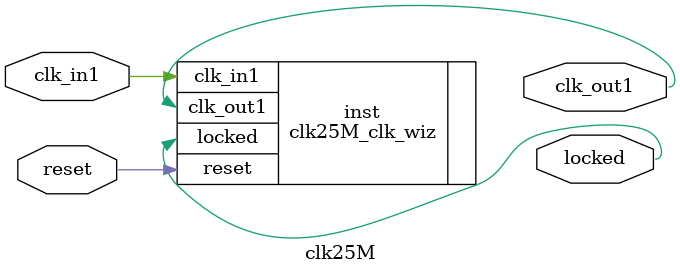
<source format=v>


`timescale 1ps/1ps

(* CORE_GENERATION_INFO = "clk25M,clk_wiz_v6_0_1_0_0,{component_name=clk25M,use_phase_alignment=true,use_min_o_jitter=false,use_max_i_jitter=false,use_dyn_phase_shift=false,use_inclk_switchover=false,use_dyn_reconfig=false,enable_axi=0,feedback_source=FDBK_AUTO,PRIMITIVE=MMCM,num_out_clk=1,clkin1_period=10.000,clkin2_period=10.000,use_power_down=false,use_reset=true,use_locked=true,use_inclk_stopped=false,feedback_type=SINGLE,CLOCK_MGR_TYPE=NA,manual_override=false}" *)

module clk25M 
 (
  // Clock out ports
  output        clk_out1,
  // Status and control signals
  input         reset,
  output        locked,
 // Clock in ports
  input         clk_in1
 );

  clk25M_clk_wiz inst
  (
  // Clock out ports  
  .clk_out1(clk_out1),
  // Status and control signals               
  .reset(reset), 
  .locked(locked),
 // Clock in ports
  .clk_in1(clk_in1)
  );

endmodule

</source>
